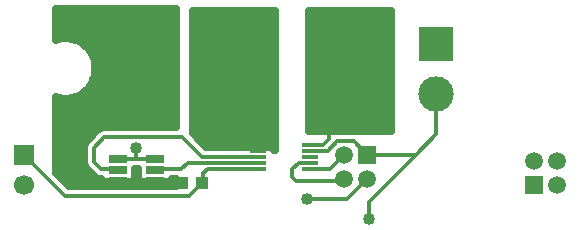
<source format=gtl>
G04 DipTrace 2.4.0.2*
%INV_C_monitor_V2.GTL*%
%MOIN*%
%ADD13C,0.013*%
%ADD14C,0.0118*%
%ADD15C,0.025*%
%ADD18R,0.0591X0.0591*%
%ADD19C,0.0591*%
%ADD20R,0.06X0.025*%
%ADD21R,0.1181X0.1181*%
%ADD22C,0.1181*%
%ADD23R,0.0669X0.0669*%
%ADD24C,0.0669*%
%ADD25R,0.0433X0.0394*%
%ADD26R,0.0709X0.126*%
%ADD28R,0.0551X0.0118*%
%ADD31C,0.04*%
%FSLAX44Y44*%
G04*
G70*
G90*
G75*
G01*
%LNTop*%
%LPD*%
X5009Y7162D2*
D13*
X6384Y5787D1*
X10509D1*
X10947Y6225D1*
X12822Y6712D2*
D14*
X12481D1*
D13*
X11141D1*
X10983Y6554D1*
Y6225D1*
X10947D1*
X12822Y6909D2*
D14*
X12481D1*
D13*
X10464D1*
X10247Y6692D1*
X9414D1*
X9384Y6662D1*
X12822Y7106D2*
D14*
X12481D1*
D13*
X10952D1*
X10294Y7763D1*
X7696D1*
X7342Y7409D1*
Y6924D1*
X7574Y6692D1*
X8104D1*
X8134Y6662D1*
X9384Y6287D2*
X10215D1*
X10277Y6225D1*
X9384Y6287D2*
X8134D1*
X14554Y7302D2*
D14*
X14895D1*
D13*
X15137D1*
X15448Y7613D1*
X16003D1*
X16456Y7161D1*
X18070D1*
X18763Y7854D1*
Y9192D1*
X18759Y9196D1*
X16499Y5046D2*
Y5590D1*
X18070Y7161D1*
X8134Y7037D2*
X9384D1*
X8759D1*
Y7412D1*
X14554Y6712D2*
D14*
X14895D1*
D13*
X15220D1*
X15669Y7161D1*
X14554Y6909D2*
D14*
X14214D1*
D13*
X14184D1*
X13960Y6684D1*
Y6420D1*
X14090Y6291D1*
X15586D1*
X15669Y6373D1*
X14554Y7499D2*
D14*
X14980D1*
D13*
X15176Y7696D1*
Y9387D1*
X15089Y9475D1*
X14436Y5696D2*
X15779D1*
X16456Y6373D1*
D31*
X16499Y5046D3*
X8759Y7412D3*
X14436Y5696D3*
X10661Y11726D2*
D15*
X13361D1*
X10661Y11477D2*
X13361D1*
X10661Y11229D2*
X13361D1*
X10661Y10980D2*
X13361D1*
X10661Y10731D2*
X13361D1*
X10661Y10482D2*
X13361D1*
X10661Y10234D2*
X13361D1*
X10661Y9985D2*
X13365D1*
X10661Y9736D2*
X13365D1*
X10661Y9488D2*
X13365D1*
X10661Y9239D2*
X13365D1*
X10661Y8990D2*
X13365D1*
X10661Y8742D2*
X13365D1*
X10661Y8493D2*
X13365D1*
X10661Y8244D2*
X13365D1*
X10661Y7996D2*
X13369D1*
X10802Y7747D2*
X13369D1*
X11052Y7498D2*
X13369D1*
X12907Y7429D2*
X13363D1*
Y7340D1*
X13390Y7341D1*
X13392Y8215D1*
X13384Y11975D1*
X10634D1*
X10636Y7885D1*
X11088Y7436D1*
X12481Y7435D1*
X12606Y7429D1*
X12907D1*
X14534Y11726D2*
X17234D1*
X14534Y11477D2*
X17234D1*
X14534Y11229D2*
X17234D1*
X14534Y10980D2*
X17234D1*
X14534Y10731D2*
X17234D1*
X14534Y10482D2*
X17234D1*
X14534Y10234D2*
X17234D1*
X14534Y9985D2*
X17234D1*
X14534Y9736D2*
X17234D1*
X14534Y9488D2*
X17234D1*
X14534Y9239D2*
X17234D1*
X14534Y8990D2*
X17234D1*
X14534Y8742D2*
X17234D1*
X14534Y8493D2*
X17234D1*
X14534Y8244D2*
X17234D1*
X14534Y7996D2*
X17234D1*
X17134Y11975D2*
X14509D1*
Y7975D1*
X17259D1*
Y11975D1*
X17134D1*
X6097Y11788D2*
X10049D1*
X6097Y11540D2*
X10049D1*
X6097Y11291D2*
X10049D1*
X6614Y11042D2*
X10049D1*
X7099Y10794D2*
X10049D1*
X7294Y10545D2*
X10049D1*
X7391Y10296D2*
X10049D1*
X7423Y10048D2*
X10049D1*
X7391Y9799D2*
X10049D1*
X7290Y9550D2*
X10049D1*
X7091Y9302D2*
X10049D1*
X6097Y9053D2*
X6197D1*
X6575D2*
X10049D1*
X6097Y8804D2*
X10049D1*
X6097Y8555D2*
X10049D1*
X6097Y8307D2*
X10049D1*
X6097Y8058D2*
X7525D1*
X6097Y7809D2*
X7252D1*
X6097Y7561D2*
X7025D1*
X6097Y7312D2*
X6986D1*
X6097Y7063D2*
X6986D1*
X6097Y6815D2*
X7006D1*
X6097Y6566D2*
X7209D1*
X6345Y6317D2*
X7545D1*
X9949Y6361D2*
Y6272D1*
X8819D1*
Y6706D1*
X8700Y6707D1*
X8699Y6272D1*
X7569D1*
Y6362D1*
X7478Y6377D1*
X7368Y6435D1*
X7108Y6691D1*
X7039Y6794D1*
X7012Y6924D1*
Y7409D1*
X7035Y7531D1*
X7108Y7642D1*
X7463Y7996D1*
X7566Y8066D1*
X7696Y8093D1*
X10075D1*
X10072Y8475D1*
Y12037D1*
X6072D1*
Y11010D1*
X6241Y11053D1*
X6365Y11063D1*
X6490Y11058D1*
X6613Y11037D1*
X6733Y11002D1*
X6848Y10952D1*
X6955Y10888D1*
X7054Y10811D1*
X7142Y10723D1*
X7219Y10625D1*
X7283Y10518D1*
X7334Y10403D1*
X7370Y10284D1*
X7391Y10161D1*
X7397Y10051D1*
X7389Y9927D1*
X7366Y9804D1*
X7329Y9685D1*
X7276Y9571D1*
X7210Y9465D1*
X7132Y9368D1*
X7042Y9281D1*
X6942Y9206D1*
X6834Y9144D1*
X6719Y9096D1*
X6598Y9062D1*
X6475Y9043D1*
X6350Y9040D1*
X6226Y9052D1*
X6071Y9091D1*
X6072Y6564D1*
X6521Y6117D1*
X10075D1*
X10072Y6361D1*
X9946Y6362D1*
D18*
X22009Y6162D3*
D19*
Y6950D3*
X22796D3*
Y6162D3*
D18*
X16456Y7161D3*
D19*
Y6373D3*
X15669D3*
Y7161D3*
D20*
X9384Y6287D3*
Y6662D3*
Y7037D3*
X8134Y6287D3*
Y6662D3*
Y7037D3*
D21*
X9259Y9225D3*
D22*
Y10878D3*
X11424D3*
Y9225D3*
D21*
X18759Y10850D3*
D22*
Y9196D3*
X16594D3*
Y10850D3*
D23*
X5009Y7162D3*
D24*
Y6162D3*
D25*
X10947Y6225D3*
X10277D3*
D26*
X12884Y9475D3*
X15089D3*
X12884Y10725D3*
X15089D3*
D28*
X12822Y7499D3*
Y7302D3*
Y7106D3*
Y6909D3*
Y6712D3*
X14554D3*
Y6909D3*
Y7106D3*
Y7302D3*
Y7499D3*
M02*

</source>
